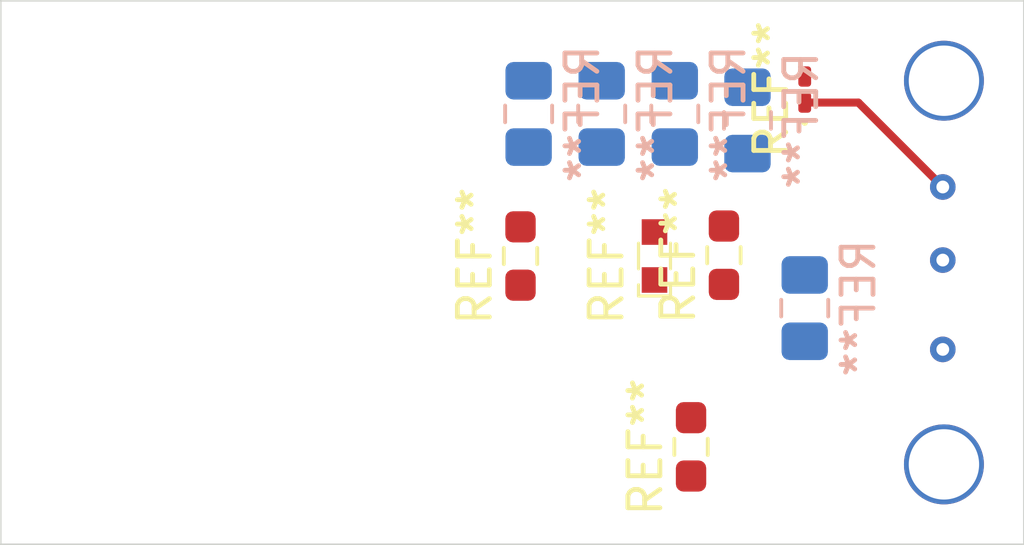
<source format=kicad_pcb>
(kicad_pcb (version 20171130) (host pcbnew "(5.1.10)-1")

  (general
    (thickness 1.6)
    (drawings 77)
    (tracks 7)
    (zones 0)
    (modules 10)
    (nets 1)
  )

  (page A4)
  (layers
    (0 F.Cu signal)
    (31 B.Cu signal)
    (32 B.Adhes user hide)
    (33 F.Adhes user hide)
    (34 B.Paste user hide)
    (35 F.Paste user hide)
    (36 B.SilkS user hide)
    (37 F.SilkS user hide)
    (38 B.Mask user hide)
    (39 F.Mask user hide)
    (40 Dwgs.User user)
    (41 Cmts.User user hide)
    (42 Eco1.User user hide)
    (43 Eco2.User user hide)
    (44 Edge.Cuts user)
    (45 Margin user hide)
    (46 B.CrtYd user hide)
    (47 F.CrtYd user hide)
    (48 B.Fab user hide)
    (49 F.Fab user hide)
  )

  (setup
    (last_trace_width 0.25)
    (trace_clearance 0.2)
    (zone_clearance 0.508)
    (zone_45_only no)
    (trace_min 0.2)
    (via_size 0.8)
    (via_drill 0.4)
    (via_min_size 0.4)
    (via_min_drill 0.3)
    (uvia_size 0.3)
    (uvia_drill 0.1)
    (uvias_allowed no)
    (uvia_min_size 0.2)
    (uvia_min_drill 0.1)
    (edge_width 0.05)
    (segment_width 0.2)
    (pcb_text_width 0.3)
    (pcb_text_size 1.5 1.5)
    (mod_edge_width 0.12)
    (mod_text_size 1 1)
    (mod_text_width 0.15)
    (pad_size 1.524 1.524)
    (pad_drill 0.762)
    (pad_to_mask_clearance 0)
    (aux_axis_origin 0 0)
    (grid_origin 68 57)
    (visible_elements FFFFFF7F)
    (pcbplotparams
      (layerselection 0x010fc_ffffffff)
      (usegerberextensions false)
      (usegerberattributes true)
      (usegerberadvancedattributes true)
      (creategerberjobfile true)
      (excludeedgelayer true)
      (linewidth 0.100000)
      (plotframeref false)
      (viasonmask false)
      (mode 1)
      (useauxorigin false)
      (hpglpennumber 1)
      (hpglpenspeed 20)
      (hpglpendiameter 15.000000)
      (psnegative false)
      (psa4output false)
      (plotreference true)
      (plotvalue true)
      (plotinvisibletext false)
      (padsonsilk false)
      (subtractmaskfromsilk false)
      (outputformat 1)
      (mirror false)
      (drillshape 1)
      (scaleselection 1)
      (outputdirectory ""))
  )

  (net 0 "")

  (net_class Default "This is the default net class."
    (clearance 0.2)
    (trace_width 0.25)
    (via_dia 0.8)
    (via_drill 0.4)
    (uvia_dia 0.3)
    (uvia_drill 0.1)
  )

  (module Resistor_SMD:R_0603_1608Metric_Pad0.98x0.95mm_HandSolder (layer F.Cu) (tedit 5F68FEEE) (tstamp 61F6A178)
    (at 84.256 47.983 90)
    (descr "Resistor SMD 0603 (1608 Metric), square (rectangular) end terminal, IPC_7351 nominal with elongated pad for handsoldering. (Body size source: IPC-SM-782 page 72, https://www.pcb-3d.com/wordpress/wp-content/uploads/ipc-sm-782a_amendment_1_and_2.pdf), generated with kicad-footprint-generator")
    (tags "resistor handsolder")
    (attr smd)
    (fp_text reference REF** (at 0 -1.43 90) (layer F.SilkS)
      (effects (font (size 1 1) (thickness 0.15)))
    )
    (fp_text value R_0603_1608Metric_Pad0.98x0.95mm_HandSolder (at 0 1.43 90) (layer F.Fab)
      (effects (font (size 1 1) (thickness 0.15)))
    )
    (fp_line (start -0.8 0.4125) (end -0.8 -0.4125) (layer F.Fab) (width 0.1))
    (fp_line (start -0.8 -0.4125) (end 0.8 -0.4125) (layer F.Fab) (width 0.1))
    (fp_line (start 0.8 -0.4125) (end 0.8 0.4125) (layer F.Fab) (width 0.1))
    (fp_line (start 0.8 0.4125) (end -0.8 0.4125) (layer F.Fab) (width 0.1))
    (fp_line (start -0.254724 -0.5225) (end 0.254724 -0.5225) (layer F.SilkS) (width 0.12))
    (fp_line (start -0.254724 0.5225) (end 0.254724 0.5225) (layer F.SilkS) (width 0.12))
    (fp_line (start -1.65 0.73) (end -1.65 -0.73) (layer F.CrtYd) (width 0.05))
    (fp_line (start -1.65 -0.73) (end 1.65 -0.73) (layer F.CrtYd) (width 0.05))
    (fp_line (start 1.65 -0.73) (end 1.65 0.73) (layer F.CrtYd) (width 0.05))
    (fp_line (start 1.65 0.73) (end -1.65 0.73) (layer F.CrtYd) (width 0.05))
    (fp_text user %R (at 0 0 90) (layer F.Fab)
      (effects (font (size 0.4 0.4) (thickness 0.06)))
    )
    (pad 1 smd roundrect (at -0.9125 0 90) (size 0.975 0.95) (layers F.Cu F.Paste F.Mask) (roundrect_rratio 0.25))
    (pad 2 smd roundrect (at 0.9125 0 90) (size 0.975 0.95) (layers F.Cu F.Paste F.Mask) (roundrect_rratio 0.25))
    (model ${KISYS3DMOD}/Resistor_SMD.3dshapes/R_0603_1608Metric.wrl
      (at (xyz 0 0 0))
      (scale (xyz 1 1 1))
      (rotate (xyz 0 0 0))
    )
  )

  (module digikey-footprints:LED_2-SMD_No_Lead_1.7x0.8mm (layer F.Cu) (tedit 5D2891B4) (tstamp 61F6A150)
    (at 88.447 47.983 90)
    (attr smd)
    (fp_text reference REF** (at 0 -1.5 90) (layer F.SilkS)
      (effects (font (size 1 1) (thickness 0.15)))
    )
    (fp_text value LED_2-SMD_No_Lead_1.7x0.8mm (at 0 1.75 90) (layer F.Fab)
      (effects (font (size 1 1) (thickness 0.15)))
    )
    (fp_text user %R (at 0 0 90) (layer F.Fab)
      (effects (font (size 0.25 0.25) (thickness 0.025)))
    )
    (fp_line (start -0.9 -0.5) (end -1.2 -0.5) (layer F.SilkS) (width 0.1))
    (fp_line (start -1.2 -0.5) (end -1.25 -0.5) (layer F.SilkS) (width 0.1))
    (fp_line (start -1.25 -0.5) (end -1.25 0.5) (layer F.SilkS) (width 0.1))
    (fp_line (start -1.25 0.5) (end -0.9 0.5) (layer F.SilkS) (width 0.1))
    (fp_line (start -1.4 -0.65) (end -1.4 0.65) (layer F.CrtYd) (width 0.05))
    (fp_line (start 1.4 0.65) (end -1.4 0.65) (layer F.CrtYd) (width 0.05))
    (fp_line (start 1.4 -0.65) (end -1.4 -0.65) (layer F.CrtYd) (width 0.05))
    (fp_line (start 1.4 -0.65) (end 1.4 0.65) (layer F.CrtYd) (width 0.05))
    (fp_line (start -0.4 0.5) (end 0.4 0.5) (layer F.SilkS) (width 0.1))
    (fp_line (start -0.4 -0.5) (end 0.4 -0.5) (layer F.SilkS) (width 0.1))
    (fp_line (start -0.85 0.4) (end -0.85 -0.4) (layer F.Fab) (width 0.1))
    (fp_line (start 0.85 -0.4) (end 0.85 0.4) (layer F.Fab) (width 0.1))
    (fp_line (start -0.85 -0.4) (end 0.85 -0.4) (layer F.Fab) (width 0.1))
    (fp_line (start -0.85 0.4) (end 0.85 0.4) (layer F.Fab) (width 0.1))
    (pad 1 smd rect (at -0.75 0 90) (size 0.8 0.8) (layers F.Cu F.Paste F.Mask))
    (pad 2 smd rect (at 0.75 0 90) (size 0.8 0.8) (layers F.Cu F.Paste F.Mask))
  )

  (module Resistor_SMD:R_0603_1608Metric_Pad0.98x0.95mm_HandSolder (layer F.Cu) (tedit 5F68FEEE) (tstamp 61F6A006)
    (at 90.6187 47.9576 90)
    (descr "Resistor SMD 0603 (1608 Metric), square (rectangular) end terminal, IPC_7351 nominal with elongated pad for handsoldering. (Body size source: IPC-SM-782 page 72, https://www.pcb-3d.com/wordpress/wp-content/uploads/ipc-sm-782a_amendment_1_and_2.pdf), generated with kicad-footprint-generator")
    (tags "resistor handsolder")
    (attr smd)
    (fp_text reference REF** (at 0 -1.43 90) (layer F.SilkS)
      (effects (font (size 1 1) (thickness 0.15)))
    )
    (fp_text value R_0603_1608Metric_Pad0.98x0.95mm_HandSolder (at 0 1.43 90) (layer F.Fab)
      (effects (font (size 1 1) (thickness 0.15)))
    )
    (fp_line (start -0.8 0.4125) (end -0.8 -0.4125) (layer F.Fab) (width 0.1))
    (fp_line (start -0.8 -0.4125) (end 0.8 -0.4125) (layer F.Fab) (width 0.1))
    (fp_line (start 0.8 -0.4125) (end 0.8 0.4125) (layer F.Fab) (width 0.1))
    (fp_line (start 0.8 0.4125) (end -0.8 0.4125) (layer F.Fab) (width 0.1))
    (fp_line (start -0.254724 -0.5225) (end 0.254724 -0.5225) (layer F.SilkS) (width 0.12))
    (fp_line (start -0.254724 0.5225) (end 0.254724 0.5225) (layer F.SilkS) (width 0.12))
    (fp_line (start -1.65 0.73) (end -1.65 -0.73) (layer F.CrtYd) (width 0.05))
    (fp_line (start -1.65 -0.73) (end 1.65 -0.73) (layer F.CrtYd) (width 0.05))
    (fp_line (start 1.65 -0.73) (end 1.65 0.73) (layer F.CrtYd) (width 0.05))
    (fp_line (start 1.65 0.73) (end -1.65 0.73) (layer F.CrtYd) (width 0.05))
    (fp_text user %R (at 0 0 90) (layer F.Fab)
      (effects (font (size 0.4 0.4) (thickness 0.06)))
    )
    (pad 1 smd roundrect (at -0.9125 0 90) (size 0.975 0.95) (layers F.Cu F.Paste F.Mask) (roundrect_rratio 0.25))
    (pad 2 smd roundrect (at 0.9125 0 90) (size 0.975 0.95) (layers F.Cu F.Paste F.Mask) (roundrect_rratio 0.25))
    (model ${KISYS3DMOD}/Resistor_SMD.3dshapes/R_0603_1608Metric.wrl
      (at (xyz 0 0 0))
      (scale (xyz 1 1 1))
      (rotate (xyz 0 0 0))
    )
  )

  (module Resistor_SMD:R_0603_1608Metric_Pad0.98x0.95mm_HandSolder (layer F.Cu) (tedit 5F68FEEE) (tstamp 61F690B6)
    (at 89.59 53.952 90)
    (descr "Resistor SMD 0603 (1608 Metric), square (rectangular) end terminal, IPC_7351 nominal with elongated pad for handsoldering. (Body size source: IPC-SM-782 page 72, https://www.pcb-3d.com/wordpress/wp-content/uploads/ipc-sm-782a_amendment_1_and_2.pdf), generated with kicad-footprint-generator")
    (tags "resistor handsolder")
    (attr smd)
    (fp_text reference REF** (at 0 -1.43 90) (layer F.SilkS)
      (effects (font (size 1 1) (thickness 0.15)))
    )
    (fp_text value R_0603_1608Metric_Pad0.98x0.95mm_HandSolder (at 0 1.43 90) (layer F.Fab)
      (effects (font (size 1 1) (thickness 0.15)))
    )
    (fp_text user %R (at 0 0 90) (layer F.Fab)
      (effects (font (size 0.4 0.4) (thickness 0.06)))
    )
    (fp_line (start -0.8 0.4125) (end -0.8 -0.4125) (layer F.Fab) (width 0.1))
    (fp_line (start -0.8 -0.4125) (end 0.8 -0.4125) (layer F.Fab) (width 0.1))
    (fp_line (start 0.8 -0.4125) (end 0.8 0.4125) (layer F.Fab) (width 0.1))
    (fp_line (start 0.8 0.4125) (end -0.8 0.4125) (layer F.Fab) (width 0.1))
    (fp_line (start -0.254724 -0.5225) (end 0.254724 -0.5225) (layer F.SilkS) (width 0.12))
    (fp_line (start -0.254724 0.5225) (end 0.254724 0.5225) (layer F.SilkS) (width 0.12))
    (fp_line (start -1.65 0.73) (end -1.65 -0.73) (layer F.CrtYd) (width 0.05))
    (fp_line (start -1.65 -0.73) (end 1.65 -0.73) (layer F.CrtYd) (width 0.05))
    (fp_line (start 1.65 -0.73) (end 1.65 0.73) (layer F.CrtYd) (width 0.05))
    (fp_line (start 1.65 0.73) (end -1.65 0.73) (layer F.CrtYd) (width 0.05))
    (pad 2 smd roundrect (at 0.9125 0 90) (size 0.975 0.95) (layers F.Cu F.Paste F.Mask) (roundrect_rratio 0.25))
    (pad 1 smd roundrect (at -0.9125 0 90) (size 0.975 0.95) (layers F.Cu F.Paste F.Mask) (roundrect_rratio 0.25))
    (model ${KISYS3DMOD}/Resistor_SMD.3dshapes/R_0603_1608Metric.wrl
      (at (xyz 0 0 0))
      (scale (xyz 1 1 1))
      (rotate (xyz 0 0 0))
    )
  )

  (module Capacitor_SMD:C_0805_2012Metric_Pad1.18x1.45mm_HandSolder (layer B.Cu) (tedit 5F68FEEF) (tstamp 61F5E50C)
    (at 84.51 43.538 90)
    (descr "Capacitor SMD 0805 (2012 Metric), square (rectangular) end terminal, IPC_7351 nominal with elongated pad for handsoldering. (Body size source: IPC-SM-782 page 76, https://www.pcb-3d.com/wordpress/wp-content/uploads/ipc-sm-782a_amendment_1_and_2.pdf, https://docs.google.com/spreadsheets/d/1BsfQQcO9C6DZCsRaXUlFlo91Tg2WpOkGARC1WS5S8t0/edit?usp=sharing), generated with kicad-footprint-generator")
    (tags "capacitor handsolder")
    (attr smd)
    (fp_text reference REF** (at 0 1.68 90) (layer B.SilkS)
      (effects (font (size 1 1) (thickness 0.15)) (justify mirror))
    )
    (fp_text value C_0805_2012Metric_Pad1.18x1.45mm_HandSolder (at 0 -1.68 90) (layer B.Fab)
      (effects (font (size 1 1) (thickness 0.15)) (justify mirror))
    )
    (fp_line (start -1 -0.625) (end -1 0.625) (layer B.Fab) (width 0.1))
    (fp_line (start -1 0.625) (end 1 0.625) (layer B.Fab) (width 0.1))
    (fp_line (start 1 0.625) (end 1 -0.625) (layer B.Fab) (width 0.1))
    (fp_line (start 1 -0.625) (end -1 -0.625) (layer B.Fab) (width 0.1))
    (fp_line (start -0.261252 0.735) (end 0.261252 0.735) (layer B.SilkS) (width 0.12))
    (fp_line (start -0.261252 -0.735) (end 0.261252 -0.735) (layer B.SilkS) (width 0.12))
    (fp_line (start -1.88 -0.98) (end -1.88 0.98) (layer B.CrtYd) (width 0.05))
    (fp_line (start -1.88 0.98) (end 1.88 0.98) (layer B.CrtYd) (width 0.05))
    (fp_line (start 1.88 0.98) (end 1.88 -0.98) (layer B.CrtYd) (width 0.05))
    (fp_line (start 1.88 -0.98) (end -1.88 -0.98) (layer B.CrtYd) (width 0.05))
    (fp_text user %R (at 0 0 90) (layer B.Fab)
      (effects (font (size 0.5 0.5) (thickness 0.08)) (justify mirror))
    )
    (pad 1 smd roundrect (at -1.0375 0 90) (size 1.175 1.45) (layers B.Cu B.Paste B.Mask) (roundrect_rratio 0.212766))
    (pad 2 smd roundrect (at 1.0375 0 90) (size 1.175 1.45) (layers B.Cu B.Paste B.Mask) (roundrect_rratio 0.212766))
    (model ${KISYS3DMOD}/Capacitor_SMD.3dshapes/C_0805_2012Metric.wrl
      (at (xyz 0 0 0))
      (scale (xyz 1 1 1))
      (rotate (xyz 0 0 0))
    )
  )

  (module Capacitor_SMD:C_0805_2012Metric_Pad1.18x1.45mm_HandSolder (layer B.Cu) (tedit 5F68FEEF) (tstamp 61F5E50C)
    (at 86.796 43.538 90)
    (descr "Capacitor SMD 0805 (2012 Metric), square (rectangular) end terminal, IPC_7351 nominal with elongated pad for handsoldering. (Body size source: IPC-SM-782 page 76, https://www.pcb-3d.com/wordpress/wp-content/uploads/ipc-sm-782a_amendment_1_and_2.pdf, https://docs.google.com/spreadsheets/d/1BsfQQcO9C6DZCsRaXUlFlo91Tg2WpOkGARC1WS5S8t0/edit?usp=sharing), generated with kicad-footprint-generator")
    (tags "capacitor handsolder")
    (attr smd)
    (fp_text reference REF** (at 0 1.68 90) (layer B.SilkS)
      (effects (font (size 1 1) (thickness 0.15)) (justify mirror))
    )
    (fp_text value C_0805_2012Metric_Pad1.18x1.45mm_HandSolder (at 0 -1.68 90) (layer B.Fab)
      (effects (font (size 1 1) (thickness 0.15)) (justify mirror))
    )
    (fp_line (start -1 -0.625) (end -1 0.625) (layer B.Fab) (width 0.1))
    (fp_line (start -1 0.625) (end 1 0.625) (layer B.Fab) (width 0.1))
    (fp_line (start 1 0.625) (end 1 -0.625) (layer B.Fab) (width 0.1))
    (fp_line (start 1 -0.625) (end -1 -0.625) (layer B.Fab) (width 0.1))
    (fp_line (start -0.261252 0.735) (end 0.261252 0.735) (layer B.SilkS) (width 0.12))
    (fp_line (start -0.261252 -0.735) (end 0.261252 -0.735) (layer B.SilkS) (width 0.12))
    (fp_line (start -1.88 -0.98) (end -1.88 0.98) (layer B.CrtYd) (width 0.05))
    (fp_line (start -1.88 0.98) (end 1.88 0.98) (layer B.CrtYd) (width 0.05))
    (fp_line (start 1.88 0.98) (end 1.88 -0.98) (layer B.CrtYd) (width 0.05))
    (fp_line (start 1.88 -0.98) (end -1.88 -0.98) (layer B.CrtYd) (width 0.05))
    (fp_text user %R (at 0 0 90) (layer B.Fab)
      (effects (font (size 0.5 0.5) (thickness 0.08)) (justify mirror))
    )
    (pad 1 smd roundrect (at -1.0375 0 90) (size 1.175 1.45) (layers B.Cu B.Paste B.Mask) (roundrect_rratio 0.212766))
    (pad 2 smd roundrect (at 1.0375 0 90) (size 1.175 1.45) (layers B.Cu B.Paste B.Mask) (roundrect_rratio 0.212766))
    (model ${KISYS3DMOD}/Capacitor_SMD.3dshapes/C_0805_2012Metric.wrl
      (at (xyz 0 0 0))
      (scale (xyz 1 1 1))
      (rotate (xyz 0 0 0))
    )
  )

  (module Capacitor_SMD:C_0805_2012Metric_Pad1.18x1.45mm_HandSolder (layer B.Cu) (tedit 5F68FEEF) (tstamp 61F5E50C)
    (at 89.082 43.538 90)
    (descr "Capacitor SMD 0805 (2012 Metric), square (rectangular) end terminal, IPC_7351 nominal with elongated pad for handsoldering. (Body size source: IPC-SM-782 page 76, https://www.pcb-3d.com/wordpress/wp-content/uploads/ipc-sm-782a_amendment_1_and_2.pdf, https://docs.google.com/spreadsheets/d/1BsfQQcO9C6DZCsRaXUlFlo91Tg2WpOkGARC1WS5S8t0/edit?usp=sharing), generated with kicad-footprint-generator")
    (tags "capacitor handsolder")
    (attr smd)
    (fp_text reference REF** (at 0 1.68 90) (layer B.SilkS)
      (effects (font (size 1 1) (thickness 0.15)) (justify mirror))
    )
    (fp_text value C_0805_2012Metric_Pad1.18x1.45mm_HandSolder (at 0 -1.68 90) (layer B.Fab)
      (effects (font (size 1 1) (thickness 0.15)) (justify mirror))
    )
    (fp_line (start -1 -0.625) (end -1 0.625) (layer B.Fab) (width 0.1))
    (fp_line (start -1 0.625) (end 1 0.625) (layer B.Fab) (width 0.1))
    (fp_line (start 1 0.625) (end 1 -0.625) (layer B.Fab) (width 0.1))
    (fp_line (start 1 -0.625) (end -1 -0.625) (layer B.Fab) (width 0.1))
    (fp_line (start -0.261252 0.735) (end 0.261252 0.735) (layer B.SilkS) (width 0.12))
    (fp_line (start -0.261252 -0.735) (end 0.261252 -0.735) (layer B.SilkS) (width 0.12))
    (fp_line (start -1.88 -0.98) (end -1.88 0.98) (layer B.CrtYd) (width 0.05))
    (fp_line (start -1.88 0.98) (end 1.88 0.98) (layer B.CrtYd) (width 0.05))
    (fp_line (start 1.88 0.98) (end 1.88 -0.98) (layer B.CrtYd) (width 0.05))
    (fp_line (start 1.88 -0.98) (end -1.88 -0.98) (layer B.CrtYd) (width 0.05))
    (fp_text user %R (at 0 0 90) (layer B.Fab)
      (effects (font (size 0.5 0.5) (thickness 0.08)) (justify mirror))
    )
    (pad 1 smd roundrect (at -1.0375 0 90) (size 1.175 1.45) (layers B.Cu B.Paste B.Mask) (roundrect_rratio 0.212766))
    (pad 2 smd roundrect (at 1.0375 0 90) (size 1.175 1.45) (layers B.Cu B.Paste B.Mask) (roundrect_rratio 0.212766))
    (model ${KISYS3DMOD}/Capacitor_SMD.3dshapes/C_0805_2012Metric.wrl
      (at (xyz 0 0 0))
      (scale (xyz 1 1 1))
      (rotate (xyz 0 0 0))
    )
  )

  (module Capacitor_SMD:C_0805_2012Metric_Pad1.18x1.45mm_HandSolder (layer B.Cu) (tedit 5F68FEEF) (tstamp 61F5E50C)
    (at 91.3553 43.7412 90)
    (descr "Capacitor SMD 0805 (2012 Metric), square (rectangular) end terminal, IPC_7351 nominal with elongated pad for handsoldering. (Body size source: IPC-SM-782 page 76, https://www.pcb-3d.com/wordpress/wp-content/uploads/ipc-sm-782a_amendment_1_and_2.pdf, https://docs.google.com/spreadsheets/d/1BsfQQcO9C6DZCsRaXUlFlo91Tg2WpOkGARC1WS5S8t0/edit?usp=sharing), generated with kicad-footprint-generator")
    (tags "capacitor handsolder")
    (attr smd)
    (fp_text reference REF** (at 0 1.68 90) (layer B.SilkS)
      (effects (font (size 1 1) (thickness 0.15)) (justify mirror))
    )
    (fp_text value C_0805_2012Metric_Pad1.18x1.45mm_HandSolder (at 0 -1.68 90) (layer B.Fab)
      (effects (font (size 1 1) (thickness 0.15)) (justify mirror))
    )
    (fp_line (start -1 -0.625) (end -1 0.625) (layer B.Fab) (width 0.1))
    (fp_line (start -1 0.625) (end 1 0.625) (layer B.Fab) (width 0.1))
    (fp_line (start 1 0.625) (end 1 -0.625) (layer B.Fab) (width 0.1))
    (fp_line (start 1 -0.625) (end -1 -0.625) (layer B.Fab) (width 0.1))
    (fp_line (start -0.261252 0.735) (end 0.261252 0.735) (layer B.SilkS) (width 0.12))
    (fp_line (start -0.261252 -0.735) (end 0.261252 -0.735) (layer B.SilkS) (width 0.12))
    (fp_line (start -1.88 -0.98) (end -1.88 0.98) (layer B.CrtYd) (width 0.05))
    (fp_line (start -1.88 0.98) (end 1.88 0.98) (layer B.CrtYd) (width 0.05))
    (fp_line (start 1.88 0.98) (end 1.88 -0.98) (layer B.CrtYd) (width 0.05))
    (fp_line (start 1.88 -0.98) (end -1.88 -0.98) (layer B.CrtYd) (width 0.05))
    (fp_text user %R (at 0 0 90) (layer B.Fab)
      (effects (font (size 0.5 0.5) (thickness 0.08)) (justify mirror))
    )
    (pad 1 smd roundrect (at -1.0375 0 90) (size 1.175 1.45) (layers B.Cu B.Paste B.Mask) (roundrect_rratio 0.212766))
    (pad 2 smd roundrect (at 1.0375 0 90) (size 1.175 1.45) (layers B.Cu B.Paste B.Mask) (roundrect_rratio 0.212766))
    (model ${KISYS3DMOD}/Capacitor_SMD.3dshapes/C_0805_2012Metric.wrl
      (at (xyz 0 0 0))
      (scale (xyz 1 1 1))
      (rotate (xyz 0 0 0))
    )
  )

  (module Capacitor_SMD:C_0805_2012Metric_Pad1.18x1.45mm_HandSolder (layer B.Cu) (tedit 5F68FEEF) (tstamp 61F5E3DC)
    (at 93.146 49.6125 90)
    (descr "Capacitor SMD 0805 (2012 Metric), square (rectangular) end terminal, IPC_7351 nominal with elongated pad for handsoldering. (Body size source: IPC-SM-782 page 76, https://www.pcb-3d.com/wordpress/wp-content/uploads/ipc-sm-782a_amendment_1_and_2.pdf, https://docs.google.com/spreadsheets/d/1BsfQQcO9C6DZCsRaXUlFlo91Tg2WpOkGARC1WS5S8t0/edit?usp=sharing), generated with kicad-footprint-generator")
    (tags "capacitor handsolder")
    (attr smd)
    (fp_text reference REF** (at 0 1.68 90) (layer B.SilkS)
      (effects (font (size 1 1) (thickness 0.15)) (justify mirror))
    )
    (fp_text value C_0805_2012Metric_Pad1.18x1.45mm_HandSolder (at 0 -1.68 90) (layer B.Fab)
      (effects (font (size 1 1) (thickness 0.15)) (justify mirror))
    )
    (fp_text user %R (at 0 0 90) (layer B.Fab)
      (effects (font (size 0.5 0.5) (thickness 0.08)) (justify mirror))
    )
    (fp_line (start -1 -0.625) (end -1 0.625) (layer B.Fab) (width 0.1))
    (fp_line (start -1 0.625) (end 1 0.625) (layer B.Fab) (width 0.1))
    (fp_line (start 1 0.625) (end 1 -0.625) (layer B.Fab) (width 0.1))
    (fp_line (start 1 -0.625) (end -1 -0.625) (layer B.Fab) (width 0.1))
    (fp_line (start -0.261252 0.735) (end 0.261252 0.735) (layer B.SilkS) (width 0.12))
    (fp_line (start -0.261252 -0.735) (end 0.261252 -0.735) (layer B.SilkS) (width 0.12))
    (fp_line (start -1.88 -0.98) (end -1.88 0.98) (layer B.CrtYd) (width 0.05))
    (fp_line (start -1.88 0.98) (end 1.88 0.98) (layer B.CrtYd) (width 0.05))
    (fp_line (start 1.88 0.98) (end 1.88 -0.98) (layer B.CrtYd) (width 0.05))
    (fp_line (start 1.88 -0.98) (end -1.88 -0.98) (layer B.CrtYd) (width 0.05))
    (pad 2 smd roundrect (at 1.0375 0 90) (size 1.175 1.45) (layers B.Cu B.Paste B.Mask) (roundrect_rratio 0.212766))
    (pad 1 smd roundrect (at -1.0375 0 90) (size 1.175 1.45) (layers B.Cu B.Paste B.Mask) (roundrect_rratio 0.212766))
    (model ${KISYS3DMOD}/Capacitor_SMD.3dshapes/C_0805_2012Metric.wrl
      (at (xyz 0 0 0))
      (scale (xyz 1 1 1))
      (rotate (xyz 0 0 0))
    )
  )

  (module Diode_SMD:D_0201_0603Metric_Pad0.64x0.40mm_HandSolder (layer F.Cu) (tedit 5F6BBBDD) (tstamp 61F5B60E)
    (at 93.146 42.776 90)
    (descr "Diode SMD 0201 (0603 Metric), square (rectangular) end terminal, IPC_7351 nominal, (Body size source: https://www.vishay.com/docs/20052/crcw0201e3.pdf), generated with kicad-footprint-generator")
    (tags "diode handsolder")
    (attr smd)
    (fp_text reference REF** (at 0 -1.05 90) (layer F.SilkS)
      (effects (font (size 1 1) (thickness 0.15)))
    )
    (fp_text value D_0201_0603Metric_Pad0.64x0.40mm_HandSolder (at 0 1.05 90) (layer F.Fab)
      (effects (font (size 1 1) (thickness 0.15)))
    )
    (fp_text user %R (at 0 -0.68 90) (layer F.Fab)
      (effects (font (size 0.25 0.25) (thickness 0.04)))
    )
    (fp_circle (center -1.035 0) (end -0.985 0) (layer F.SilkS) (width 0.1))
    (fp_line (start -0.3 0.15) (end -0.3 -0.15) (layer F.Fab) (width 0.1))
    (fp_line (start -0.3 -0.15) (end 0.3 -0.15) (layer F.Fab) (width 0.1))
    (fp_line (start 0.3 -0.15) (end 0.3 0.15) (layer F.Fab) (width 0.1))
    (fp_line (start 0.3 0.15) (end -0.3 0.15) (layer F.Fab) (width 0.1))
    (fp_line (start -0.2 0.15) (end -0.2 -0.15) (layer F.Fab) (width 0.1))
    (fp_line (start -0.1 0.15) (end -0.1 -0.15) (layer F.Fab) (width 0.1))
    (fp_line (start -0.88 0.35) (end -0.88 -0.35) (layer F.CrtYd) (width 0.05))
    (fp_line (start -0.88 -0.35) (end 0.88 -0.35) (layer F.CrtYd) (width 0.05))
    (fp_line (start 0.88 -0.35) (end 0.88 0.35) (layer F.CrtYd) (width 0.05))
    (fp_line (start 0.88 0.35) (end -0.88 0.35) (layer F.CrtYd) (width 0.05))
    (pad 2 smd roundrect (at 0.4075 0 90) (size 0.635 0.4) (layers F.Cu F.Mask) (roundrect_rratio 0.25))
    (pad 1 smd roundrect (at -0.4075 0 90) (size 0.635 0.4) (layers F.Cu F.Mask) (roundrect_rratio 0.25))
    (pad "" smd roundrect (at 0.4325 0 90) (size 0.458 0.36) (layers F.Paste) (roundrect_rratio 0.25))
    (pad "" smd roundrect (at -0.4325 0 90) (size 0.458 0.36) (layers F.Paste) (roundrect_rratio 0.25))
    (model ${KISYS3DMOD}/Diode_SMD.3dshapes/D_0201_0603Metric.wrl
      (at (xyz 0 0 0))
      (scale (xyz 1 1 1))
      (rotate (xyz 0 0 0))
    )
  )

  (gr_text R4 (at 86.415 47.983 90) (layer Dwgs.User) (tstamp 61F6A1A1)
    (effects (font (size 0.5 0.5) (thickness 0.1)))
  )
  (gr_line (start 83.494 46.205) (end 83.494 46.713) (layer Dwgs.User) (width 0.15) (tstamp 61F6A177))
  (gr_line (start 85.018 46.205) (end 85.018 46.713) (layer Dwgs.User) (width 0.15) (tstamp 61F6A176))
  (gr_line (start 83.494 49.761) (end 83.494 49.253) (layer Dwgs.User) (width 0.15) (tstamp 61F6A175))
  (gr_line (start 85.018 49.761) (end 85.018 49.253) (layer Dwgs.User) (width 0.15) (tstamp 61F6A174))
  (gr_line (start 85.018 49.761) (end 83.494 49.761) (layer Dwgs.User) (width 0.15) (tstamp 61F6A173))
  (gr_line (start 83.494 46.205) (end 85.018 46.205) (layer Dwgs.User) (width 0.15) (tstamp 61F6A172))
  (gr_text LED1 (at 88.4851 50.1166) (layer Dwgs.User) (tstamp 61F6A16E)
    (effects (font (size 0.5 0.5) (thickness 0.1)))
  )
  (gr_arc (start 88.066 49.126) (end 87.685 49.126) (angle -90) (layer Dwgs.User) (width 0.15))
  (gr_arc (start 88.828 49.126) (end 88.828 49.507) (angle -90) (layer Dwgs.User) (width 0.15))
  (gr_line (start 89.209 49.126) (end 89.209 48.11) (layer Dwgs.User) (width 0.15))
  (gr_line (start 88.066 49.507) (end 88.828 49.507) (layer Dwgs.User) (width 0.15))
  (gr_line (start 87.685 48.11) (end 87.685 49.126) (layer Dwgs.User) (width 0.15))
  (gr_line (start 87.685 46.332) (end 87.685 47.602) (layer Dwgs.User) (width 0.15))
  (gr_line (start 89.209 46.332) (end 87.685 46.332) (layer Dwgs.User) (width 0.15))
  (gr_line (start 89.209 47.602) (end 89.209 46.332) (layer Dwgs.User) (width 0.15))
  (gr_text R1 (at 90.6441 50.3706) (layer Dwgs.User) (tstamp 61F6A030)
    (effects (font (size 0.5 0.5) (thickness 0.1)))
  )
  (gr_line (start 89.8567 46.1796) (end 89.8567 46.6876) (layer Dwgs.User) (width 0.15) (tstamp 61F6A005))
  (gr_line (start 91.3807 46.1796) (end 91.3807 46.6876) (layer Dwgs.User) (width 0.15) (tstamp 61F6A004))
  (gr_line (start 89.8567 49.7356) (end 89.8567 49.2276) (layer Dwgs.User) (width 0.15) (tstamp 61F6A003))
  (gr_line (start 91.3807 49.7356) (end 91.3807 49.2276) (layer Dwgs.User) (width 0.15) (tstamp 61F6A002))
  (gr_line (start 91.3807 49.7356) (end 89.8567 49.7356) (layer Dwgs.User) (width 0.15) (tstamp 61F6A001))
  (gr_line (start 89.8567 46.1796) (end 91.3807 46.1796) (layer Dwgs.User) (width 0.15) (tstamp 61F6A000))
  (gr_text RP (at 85.1069 52.3772) (layer Dwgs.User)
    (effects (font (size 0.5 0.5) (thickness 0.1)))
  )
  (gr_line (start 76.5344 51.3485) (end 76.5344 54.0409) (layer Dwgs.User) (width 0.15))
  (gr_line (start 86.5293 51.3485) (end 76.5344 51.3485) (layer Dwgs.User) (width 0.15))
  (gr_line (start 76.5344 55.984) (end 76.5344 54.0282) (layer Dwgs.User) (width 0.15))
  (gr_line (start 86.53 54.0028) (end 86.5293 51.3485) (layer Dwgs.User) (width 0.15))
  (gr_line (start 88.0152 55.984) (end 76.5344 55.984) (layer Dwgs.User) (width 0.15))
  (gr_line (start 88 54) (end 86.53 54.0028) (layer Dwgs.User) (width 0.15))
  (gr_line (start 88 56) (end 88 54) (layer Dwgs.User) (width 0.15))
  (gr_line (start 88.828 55.73) (end 88.828 55.222) (layer Dwgs.User) (width 0.15))
  (gr_line (start 90.352 55.73) (end 90.352 55.222) (layer Dwgs.User) (width 0.15))
  (gr_line (start 88.828 52.174) (end 88.828 52.682) (layer Dwgs.User) (width 0.15))
  (gr_line (start 90.352 52.174) (end 90.352 52.682) (layer Dwgs.User) (width 0.15))
  (gr_text R10 (at 89.59 56.492) (layer Dwgs.User)
    (effects (font (size 0.5 0.5) (thickness 0.1)))
  )
  (gr_line (start 90.352 55.73) (end 88.828 55.73) (layer Dwgs.User) (width 0.15))
  (gr_line (start 88.828 52.174) (end 90.352 52.174) (layer Dwgs.User) (width 0.15))
  (gr_text C7 (at 93.146 46.84) (layer Dwgs.User) (tstamp 61F5E614)
    (effects (font (size 0.75 0.75) (thickness 0.1)))
  )
  (gr_line (start 92.13 51.666) (end 92.13 47.602) (layer Dwgs.User) (width 0.15) (tstamp 61F5E622))
  (gr_line (start 94.162 51.666) (end 92.13 51.666) (layer Dwgs.User) (width 0.15))
  (gr_line (start 94.162 47.602) (end 94.162 51.666) (layer Dwgs.User) (width 0.15))
  (gr_line (start 92.13 47.602) (end 94.162 47.602) (layer Dwgs.User) (width 0.15))
  (gr_text C3 (at 84.51 40.744) (layer Dwgs.User) (tstamp 61F5E614)
    (effects (font (size 0.75 0.75) (thickness 0.1)))
  )
  (gr_text C2 (at 86.796 40.744) (layer Dwgs.User) (tstamp 61F5E614)
    (effects (font (size 0.75 0.75) (thickness 0.1)))
  )
  (gr_text C1 (at 89.082 40.744) (layer Dwgs.User) (tstamp 61F5E614)
    (effects (font (size 0.75 0.75) (thickness 0.1)))
  )
  (gr_text C4 (at 91.2918 40.9853) (layer Dwgs.User) (tstamp 61F5E614)
    (effects (font (size 0.75 0.75) (thickness 0.1)))
  )
  (gr_text D1 (at 93.146 41.252) (layer Dwgs.User)
    (effects (font (size 0.75 0.75) (thickness 0.1)))
  )
  (gr_line (start 93.654 42.014) (end 92.638 42.014) (layer Dwgs.User) (width 0.15) (tstamp 61F5E60E))
  (gr_line (start 93.654 43.538) (end 93.654 42.014) (layer Dwgs.User) (width 0.15))
  (gr_line (start 92.638 43.538) (end 93.654 43.538) (layer Dwgs.User) (width 0.15))
  (gr_line (start 92.638 42.014) (end 92.638 43.538) (layer Dwgs.User) (width 0.15))
  (gr_line (start 92.3713 41.7092) (end 90.3393 41.7092) (layer Dwgs.User) (width 0.15) (tstamp 61F5E60D))
  (gr_line (start 92.3713 45.7732) (end 92.3713 41.7092) (layer Dwgs.User) (width 0.15))
  (gr_line (start 90.3393 45.7732) (end 92.3713 45.7732) (layer Dwgs.User) (width 0.15))
  (gr_line (start 90.3393 41.7092) (end 90.3393 45.7732) (layer Dwgs.User) (width 0.15))
  (gr_line (start 90.098 41.506) (end 88.066 41.506) (layer Dwgs.User) (width 0.15) (tstamp 61F5E60C))
  (gr_line (start 90.098 45.57) (end 90.098 41.506) (layer Dwgs.User) (width 0.15))
  (gr_line (start 88.066 45.57) (end 90.098 45.57) (layer Dwgs.User) (width 0.15))
  (gr_line (start 88.066 41.506) (end 88.066 45.57) (layer Dwgs.User) (width 0.15))
  (gr_line (start 87.812 41.506) (end 85.78 41.506) (layer Dwgs.User) (width 0.15) (tstamp 61F5E60B))
  (gr_line (start 87.812 45.57) (end 87.812 41.506) (layer Dwgs.User) (width 0.15))
  (gr_line (start 85.78 45.57) (end 87.812 45.57) (layer Dwgs.User) (width 0.15))
  (gr_line (start 85.78 41.506) (end 85.78 45.57) (layer Dwgs.User) (width 0.15))
  (gr_line (start 85.526 41.506) (end 85.526 42.776) (layer Dwgs.User) (width 0.15) (tstamp 61F5E60A))
  (gr_line (start 83.494 41.506) (end 85.526 41.506) (layer Dwgs.User) (width 0.15))
  (gr_line (start 83.494 45.57) (end 83.494 41.506) (layer Dwgs.User) (width 0.15))
  (gr_line (start 85.526 45.57) (end 83.494 45.57) (layer Dwgs.User) (width 0.15))
  (gr_line (start 85.526 42.776) (end 85.526 45.57) (layer Dwgs.User) (width 0.15))
  (gr_line (start 99.115 44.3) (end 99.115 52.555) (layer Dwgs.User) (width 0.15) (tstamp 61F5B28C))
  (gr_line (start 95.94 44.3) (end 99.115 44.3) (layer Dwgs.User) (width 0.15))
  (gr_line (start 95.94 52.555) (end 95.94 44.3) (layer Dwgs.User) (width 0.15))
  (gr_line (start 99.115 52.555) (end 95.94 52.555) (layer Dwgs.User) (width 0.15))
  (gr_line (start 68 40) (end 100 40) (layer Edge.Cuts) (width 0.05) (tstamp 61F5B239))
  (gr_line (start 100 40) (end 100 57) (layer Edge.Cuts) (width 0.05) (tstamp 61F5B238))
  (gr_line (start 68 57) (end 68 40) (layer Edge.Cuts) (width 0.05) (tstamp 61F5B05C))
  (gr_line (start 100 57) (end 68 57) (layer Edge.Cuts) (width 0.05) (tstamp 61F5B05B))

  (via (at 97.5 42.5) (size 2.5) (drill 2.2) (layers F.Cu B.Cu) (net 0))
  (via (at 97.5 54.5) (size 2.5) (drill 2.2) (layers F.Cu B.Cu) (net 0))
  (via (at 97.464 45.824) (size 0.8) (drill 0.4) (layers F.Cu B.Cu) (net 0))
  (via (at 97.464 48.11) (size 0.8) (drill 0.4) (layers F.Cu B.Cu) (net 0))
  (via (at 97.464 50.904) (size 0.8) (drill 0.4) (layers F.Cu B.Cu) (net 0))
  (segment (start 94.8235 43.1835) (end 97.464 45.824) (width 0.25) (layer F.Cu) (net 0))
  (segment (start 93.146 43.1835) (end 94.8235 43.1835) (width 0.25) (layer F.Cu) (net 0))

)

</source>
